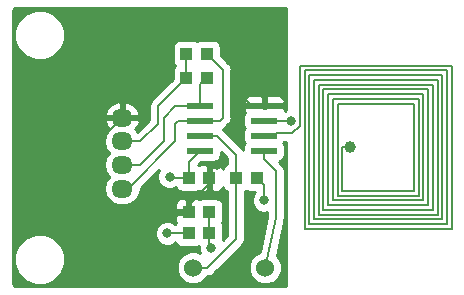
<source format=gtl>
G04 #@! TF.GenerationSoftware,KiCad,Pcbnew,(5.0.2)-1*
G04 #@! TF.CreationDate,2019-02-16T11:26:36+09:00*
G04 #@! TF.ProjectId,EEPROM,45455052-4f4d-42e6-9b69-6361645f7063,v1.0*
G04 #@! TF.SameCoordinates,Original*
G04 #@! TF.FileFunction,Copper,L1,Top*
G04 #@! TF.FilePolarity,Positive*
%FSLAX46Y46*%
G04 Gerber Fmt 4.6, Leading zero omitted, Abs format (unit mm)*
G04 Created by KiCad (PCBNEW (5.0.2)-1) date 2019/02/16 11:26:36*
%MOMM*%
%LPD*%
G01*
G04 APERTURE LIST*
G04 #@! TA.AperFunction,SMDPad,CuDef*
%ADD10R,2.200000X0.600000*%
G04 #@! TD*
G04 #@! TA.AperFunction,SMDPad,CuDef*
%ADD11R,1.049020X1.079500*%
G04 #@! TD*
G04 #@! TA.AperFunction,ComponentPad*
%ADD12O,1.800000X1.524000*%
G04 #@! TD*
G04 #@! TA.AperFunction,ComponentPad*
%ADD13C,1.524000*%
G04 #@! TD*
G04 #@! TA.AperFunction,ViaPad*
%ADD14C,0.800000*%
G04 #@! TD*
G04 #@! TA.AperFunction,ViaPad*
%ADD15C,1.000000*%
G04 #@! TD*
G04 #@! TA.AperFunction,Conductor*
%ADD16C,0.200000*%
G04 #@! TD*
G04 #@! TA.AperFunction,Conductor*
%ADD17C,0.254000*%
G04 #@! TD*
G04 APERTURE END LIST*
D10*
G04 #@! TO.P,U1,2*
G04 #@! TO.N,/ANT*
X201000000Y-111535000D03*
G04 #@! TO.P,U1,7*
G04 #@! TO.N,/RFIO*
X195600000Y-111535000D03*
G04 #@! TO.P,U1,1*
G04 #@! TO.N,/VOUT*
X201000000Y-112805000D03*
G04 #@! TO.P,U1,3*
G04 #@! TO.N,/ANT*
X201000000Y-110265000D03*
G04 #@! TO.P,U1,4*
G04 #@! TO.N,/GND*
X201000000Y-108995000D03*
G04 #@! TO.P,U1,8*
G04 #@! TO.N,/VDD*
X195600000Y-112805000D03*
G04 #@! TO.P,U1,6*
G04 #@! TO.N,/SCL*
X195600000Y-110265000D03*
G04 #@! TO.P,U1,5*
G04 #@! TO.N,/SDA*
X195600000Y-108995000D03*
G04 #@! TD*
D11*
G04 #@! TO.P,C1,2*
G04 #@! TO.N,/GND*
X196373760Y-115100000D03*
G04 #@! TO.P,C1,1*
G04 #@! TO.N,/VDD*
X194626240Y-115100000D03*
G04 #@! TD*
D12*
G04 #@! TO.P,P1,1*
G04 #@! TO.N,/SCL*
X189000000Y-116000000D03*
G04 #@! TO.P,P1,2*
G04 #@! TO.N,/SDA*
X189000000Y-114000000D03*
G04 #@! TO.P,P1,3*
G04 #@! TO.N,/VDD*
X189000000Y-112000000D03*
G04 #@! TO.P,P1,4*
G04 #@! TO.N,/GND*
X189000000Y-110000000D03*
G04 #@! TD*
D11*
G04 #@! TO.P,R1,1*
G04 #@! TO.N,/VDD*
X194426240Y-104600000D03*
G04 #@! TO.P,R1,2*
G04 #@! TO.N,/SCL*
X196173760Y-104600000D03*
G04 #@! TD*
G04 #@! TO.P,R2,1*
G04 #@! TO.N,/VDD*
X194426240Y-106600000D03*
G04 #@! TO.P,R2,2*
G04 #@! TO.N,/SDA*
X196173760Y-106600000D03*
G04 #@! TD*
G04 #@! TO.P,R3,2*
G04 #@! TO.N,/RFIO*
X198626240Y-115100000D03*
G04 #@! TO.P,R3,1*
G04 #@! TO.N,/VDD*
X200373760Y-115100000D03*
G04 #@! TD*
D13*
G04 #@! TO.P,TP1,1*
G04 #@! TO.N,/VOUT*
X201100000Y-122700000D03*
G04 #@! TD*
G04 #@! TO.P,TP2,1*
G04 #@! TO.N,/RFIO*
X195000000Y-122700000D03*
G04 #@! TD*
D11*
G04 #@! TO.P,R4,1*
G04 #@! TO.N,/VDD*
X194626240Y-119800000D03*
G04 #@! TO.P,R4,2*
G04 #@! TO.N,/VOUT*
X196373760Y-119800000D03*
G04 #@! TD*
G04 #@! TO.P,R5,2*
G04 #@! TO.N,/GND*
X194626240Y-118000000D03*
G04 #@! TO.P,R5,1*
G04 #@! TO.N,/VOUT*
X196373760Y-118000000D03*
G04 #@! TD*
D14*
G04 #@! TO.N,/GND*
X199000000Y-108000000D03*
X197000000Y-114000000D03*
X200100000Y-119200000D03*
X181700000Y-113200000D03*
X186500000Y-101900000D03*
X189600000Y-122800000D03*
G04 #@! TO.N,/VDD*
X193000000Y-115000000D03*
X201000000Y-117000000D03*
X192800000Y-119800000D03*
G04 #@! TO.N,/VOUT*
X196500000Y-121000000D03*
D15*
G04 #@! TO.N,/ANT*
X208298000Y-112500000D03*
D14*
X203300000Y-110300000D03*
G04 #@! TD*
D16*
G04 #@! TO.N,/GND*
X196373760Y-115100000D02*
X196373760Y-115626240D01*
X186500000Y-112500000D02*
X189000000Y-110000000D01*
X186500000Y-117500000D02*
X186500000Y-112500000D01*
X186800000Y-117800000D02*
X186500000Y-117500000D01*
X194200000Y-117800000D02*
X186800000Y-117800000D01*
X196373760Y-115626240D02*
X194200000Y-117800000D01*
X201000000Y-108995000D02*
X201000000Y-104000000D01*
X189000000Y-105500000D02*
X189000000Y-110000000D01*
X192500000Y-102000000D02*
X189000000Y-105500000D01*
X199000000Y-102000000D02*
X192500000Y-102000000D01*
X201000000Y-104000000D02*
X199000000Y-102000000D01*
X201000000Y-108995000D02*
X199995000Y-108995000D01*
X199995000Y-108995000D02*
X199000000Y-108000000D01*
X196373760Y-115100000D02*
X196373760Y-114626240D01*
X196373760Y-114626240D02*
X197000000Y-114000000D01*
X189000000Y-110000000D02*
X189000000Y-104400000D01*
X200100000Y-121000000D02*
X200100000Y-119200000D01*
X196900000Y-124200000D02*
X200100000Y-121000000D01*
X192300000Y-124200000D02*
X196900000Y-124200000D01*
X190900000Y-122800000D02*
X192300000Y-124200000D01*
X189600000Y-122800000D02*
X190900000Y-122800000D01*
X189000000Y-104400000D02*
X186500000Y-101900000D01*
X181700000Y-113200000D02*
X181700000Y-114900000D01*
X181700000Y-114900000D02*
X189600000Y-122800000D01*
G04 #@! TO.N,/VDD*
X189000000Y-112000000D02*
X190500000Y-112000000D01*
X190500000Y-112000000D02*
X192000000Y-110500000D01*
X192000000Y-110500000D02*
X192000000Y-109026240D01*
X192000000Y-109026240D02*
X194426240Y-106600000D01*
X194426240Y-106600000D02*
X194426240Y-104600000D01*
X194626240Y-115100000D02*
X194626240Y-113778760D01*
X194626240Y-113778760D02*
X195600000Y-112805000D01*
X194626240Y-115100000D02*
X193100000Y-115100000D01*
X193100000Y-115100000D02*
X193000000Y-115000000D01*
X201000000Y-115726240D02*
X200373760Y-115100000D01*
X201000000Y-117000000D02*
X201000000Y-115726240D01*
X192800000Y-119800000D02*
X194626240Y-119800000D01*
G04 #@! TO.N,/SCL*
X195600000Y-110265000D02*
X197235000Y-110265000D01*
X197500000Y-105926240D02*
X196173760Y-104600000D01*
X197500000Y-110000000D02*
X197500000Y-105926240D01*
X197235000Y-110265000D02*
X197500000Y-110000000D01*
X189000000Y-116000000D02*
X189500000Y-116000000D01*
X193735000Y-110265000D02*
X195600000Y-110265000D01*
X193500000Y-110500000D02*
X193735000Y-110265000D01*
X193500000Y-112000000D02*
X193500000Y-110500000D01*
X189500000Y-116000000D02*
X193500000Y-112000000D01*
G04 #@! TO.N,/SDA*
X195600000Y-108995000D02*
X195600000Y-107173760D01*
X195600000Y-107173760D02*
X196173760Y-106600000D01*
X189000000Y-114000000D02*
X190500000Y-114000000D01*
X193505000Y-108995000D02*
X195600000Y-108995000D01*
X192500000Y-110000000D02*
X193505000Y-108995000D01*
X192500000Y-112000000D02*
X192500000Y-110000000D01*
X190500000Y-114000000D02*
X192500000Y-112000000D01*
G04 #@! TO.N,/RFIO*
X195600000Y-111535000D02*
X197035000Y-111535000D01*
X198626240Y-113126240D02*
X198626240Y-115100000D01*
X197035000Y-111535000D02*
X198626240Y-113126240D01*
X198626240Y-115100000D02*
X198626240Y-115873760D01*
X198626240Y-115100000D02*
X198626240Y-120273760D01*
X196200000Y-122700000D02*
X195000000Y-122700000D01*
X198626240Y-120273760D02*
X196200000Y-122700000D01*
G04 #@! TO.N,/VOUT*
X201000000Y-112805000D02*
X201000000Y-113500000D01*
X201000000Y-113500000D02*
X202000000Y-114500000D01*
X202000000Y-114500000D02*
X202000000Y-118500000D01*
X202000000Y-118500000D02*
X201100000Y-122700000D01*
X196373760Y-118000000D02*
X196373760Y-119800000D01*
X196373760Y-119800000D02*
X196373760Y-120873760D01*
X196373760Y-120873760D02*
X196500000Y-121000000D01*
G04 #@! TO.N,/ANT*
X207631000Y-112498000D02*
X208298000Y-112498000D01*
X216901000Y-105600000D02*
X216901000Y-119400000D01*
X204431000Y-119400000D02*
X216901000Y-119400000D01*
X204429000Y-105999900D02*
X204431000Y-119400000D01*
X204831000Y-118999900D02*
X216501000Y-118999900D01*
X204829000Y-106400000D02*
X204831000Y-118999900D01*
X205231000Y-118600000D02*
X216101000Y-118600000D01*
X205229000Y-106800000D02*
X205231000Y-118600000D01*
X205631000Y-118200000D02*
X215701000Y-118200000D01*
X205629000Y-107200000D02*
X205631000Y-118200000D01*
X206031000Y-117800000D02*
X215301000Y-117800000D01*
X206029000Y-107600000D02*
X206031000Y-117800000D01*
X206431000Y-117400000D02*
X214901000Y-117400000D01*
X206429000Y-107999900D02*
X206431000Y-117400000D01*
X206831000Y-116999900D02*
X214501000Y-116999900D01*
X206829000Y-108400000D02*
X206831000Y-116999900D01*
X207231000Y-116600000D02*
X214101000Y-116600000D01*
X207229000Y-108800000D02*
X207231000Y-116600000D01*
X207631000Y-116200000D02*
X213701000Y-116200000D01*
X207631000Y-116200000D02*
X207629000Y-112499900D01*
X204029000Y-105600000D02*
X216901000Y-105600000D01*
X204429000Y-105999900D02*
X216501000Y-105999900D01*
X216501000Y-105999900D02*
X216501000Y-118999900D01*
X204829000Y-106400000D02*
X216101000Y-106400000D01*
X216101000Y-106400000D02*
X216101000Y-118600000D01*
X205229000Y-106800000D02*
X215701000Y-106800000D01*
X215701000Y-106800000D02*
X215701000Y-118200000D01*
X205629000Y-107200000D02*
X215295000Y-107202900D01*
X215295000Y-107202900D02*
X215301000Y-117800000D01*
X206029000Y-107600000D02*
X214901000Y-107600000D01*
X214901000Y-107600000D02*
X214901000Y-117400000D01*
X206429000Y-107999900D02*
X214501000Y-107999900D01*
X214501000Y-107999900D02*
X214501000Y-116999900D01*
X206829000Y-108400000D02*
X214101000Y-108400000D01*
X214101000Y-108400000D02*
X214101000Y-116600000D01*
X207229000Y-108800000D02*
X213701000Y-108800000D01*
X213701000Y-108800000D02*
X213701000Y-116200000D01*
X204029000Y-105600000D02*
X204029000Y-106937000D01*
X204029000Y-106937000D02*
X204029000Y-109900000D01*
X204029000Y-109900000D02*
X204029000Y-109971000D01*
X203300000Y-110300000D02*
X202000000Y-110300000D01*
X204029000Y-109900000D02*
X204029000Y-110671000D01*
X202700000Y-111300000D02*
X202000000Y-111300000D01*
X204029000Y-110671000D02*
X203400000Y-111300000D01*
X203400000Y-111300000D02*
X202700000Y-111300000D01*
G04 #@! TD*
D17*
G04 #@! TO.N,/GND*
G36*
X202873000Y-109356593D02*
X202735000Y-109413755D01*
X202735000Y-109280750D01*
X202576250Y-109122000D01*
X201127000Y-109122000D01*
X201127000Y-109142000D01*
X200873000Y-109142000D01*
X200873000Y-109122000D01*
X199423750Y-109122000D01*
X199265000Y-109280750D01*
X199265000Y-109421309D01*
X199354768Y-109638028D01*
X199301843Y-109717235D01*
X199252560Y-109965000D01*
X199252560Y-110565000D01*
X199301843Y-110812765D01*
X199360132Y-110900000D01*
X199301843Y-110987235D01*
X199252560Y-111235000D01*
X199252560Y-111835000D01*
X199301843Y-112082765D01*
X199360132Y-112170000D01*
X199301843Y-112257235D01*
X199252560Y-112505000D01*
X199252560Y-112740630D01*
X199156145Y-112596335D01*
X199094778Y-112555331D01*
X197605911Y-111066465D01*
X197564905Y-111005095D01*
X197499954Y-110961696D01*
X197521783Y-110957354D01*
X197764905Y-110794905D01*
X197805911Y-110733535D01*
X197968535Y-110570911D01*
X198029905Y-110529905D01*
X198192354Y-110286783D01*
X198235000Y-110072388D01*
X198235000Y-110072387D01*
X198249399Y-110000000D01*
X198235000Y-109927612D01*
X198235000Y-108568691D01*
X199265000Y-108568691D01*
X199265000Y-108709250D01*
X199423750Y-108868000D01*
X200873000Y-108868000D01*
X200873000Y-108218750D01*
X201127000Y-108218750D01*
X201127000Y-108868000D01*
X202576250Y-108868000D01*
X202735000Y-108709250D01*
X202735000Y-108568691D01*
X202638327Y-108335302D01*
X202459699Y-108156673D01*
X202226310Y-108060000D01*
X201285750Y-108060000D01*
X201127000Y-108218750D01*
X200873000Y-108218750D01*
X200714250Y-108060000D01*
X199773690Y-108060000D01*
X199540301Y-108156673D01*
X199361673Y-108335302D01*
X199265000Y-108568691D01*
X198235000Y-108568691D01*
X198235000Y-105998628D01*
X198249399Y-105926240D01*
X198192354Y-105639458D01*
X198192354Y-105639457D01*
X198029905Y-105396335D01*
X197968537Y-105355330D01*
X197345710Y-104732504D01*
X197345710Y-104060250D01*
X197296427Y-103812485D01*
X197156079Y-103602441D01*
X196946035Y-103462093D01*
X196698270Y-103412810D01*
X195649250Y-103412810D01*
X195401485Y-103462093D01*
X195300000Y-103529904D01*
X195198515Y-103462093D01*
X194950750Y-103412810D01*
X193901730Y-103412810D01*
X193653965Y-103462093D01*
X193443921Y-103602441D01*
X193303573Y-103812485D01*
X193254290Y-104060250D01*
X193254290Y-105139750D01*
X193303573Y-105387515D01*
X193443921Y-105597559D01*
X193447574Y-105600000D01*
X193443921Y-105602441D01*
X193303573Y-105812485D01*
X193254290Y-106060250D01*
X193254290Y-106732503D01*
X191531463Y-108455331D01*
X191470096Y-108496335D01*
X191429092Y-108557702D01*
X191429091Y-108557703D01*
X191307646Y-108739458D01*
X191250602Y-109026240D01*
X191265001Y-109098629D01*
X191265000Y-110195553D01*
X190274377Y-111186177D01*
X190145180Y-110992820D01*
X190109646Y-110969077D01*
X190262135Y-110830328D01*
X190492220Y-110343070D01*
X190369720Y-110127000D01*
X189127000Y-110127000D01*
X189127000Y-110147000D01*
X188873000Y-110147000D01*
X188873000Y-110127000D01*
X187630280Y-110127000D01*
X187507780Y-110343070D01*
X187737865Y-110830328D01*
X187890354Y-110969077D01*
X187854820Y-110992820D01*
X187546056Y-111454918D01*
X187437632Y-112000000D01*
X187546056Y-112545082D01*
X187850022Y-113000000D01*
X187546056Y-113454918D01*
X187437632Y-114000000D01*
X187546056Y-114545082D01*
X187850022Y-115000000D01*
X187546056Y-115454918D01*
X187437632Y-116000000D01*
X187546056Y-116545082D01*
X187854820Y-117007180D01*
X188316918Y-117315944D01*
X188724412Y-117397000D01*
X189275588Y-117397000D01*
X189592610Y-117333940D01*
X193466730Y-117333940D01*
X193466730Y-117714250D01*
X193625480Y-117873000D01*
X194499240Y-117873000D01*
X194499240Y-116984000D01*
X194340490Y-116825250D01*
X193975421Y-116825250D01*
X193742032Y-116921923D01*
X193563403Y-117100551D01*
X193466730Y-117333940D01*
X189592610Y-117333940D01*
X189683082Y-117315944D01*
X190145180Y-117007180D01*
X190453944Y-116545082D01*
X190562368Y-116000000D01*
X190558565Y-115980881D01*
X192120336Y-114419110D01*
X191965000Y-114794126D01*
X191965000Y-115205874D01*
X192122569Y-115586280D01*
X192413720Y-115877431D01*
X192794126Y-116035000D01*
X193205874Y-116035000D01*
X193516224Y-115906449D01*
X193643921Y-116097559D01*
X193853965Y-116237907D01*
X194101730Y-116287190D01*
X195150750Y-116287190D01*
X195398515Y-116237907D01*
X195488953Y-116177478D01*
X195489552Y-116178077D01*
X195722941Y-116274750D01*
X196088010Y-116274750D01*
X196246760Y-116116000D01*
X196246760Y-115227000D01*
X196226760Y-115227000D01*
X196226760Y-114973000D01*
X196246760Y-114973000D01*
X196246760Y-114084000D01*
X196088010Y-113925250D01*
X195722941Y-113925250D01*
X195489552Y-114021923D01*
X195488953Y-114022522D01*
X195448772Y-113995674D01*
X195692007Y-113752440D01*
X196700000Y-113752440D01*
X196947765Y-113703157D01*
X197157809Y-113562809D01*
X197298157Y-113352765D01*
X197347440Y-113105000D01*
X197347440Y-112886887D01*
X197891240Y-113430687D01*
X197891240Y-113954679D01*
X197853965Y-113962093D01*
X197643921Y-114102441D01*
X197503573Y-114312485D01*
X197496886Y-114346102D01*
X197436597Y-114200551D01*
X197257968Y-114021923D01*
X197024579Y-113925250D01*
X196659510Y-113925250D01*
X196500760Y-114084000D01*
X196500760Y-114973000D01*
X196520760Y-114973000D01*
X196520760Y-115227000D01*
X196500760Y-115227000D01*
X196500760Y-116116000D01*
X196659510Y-116274750D01*
X197024579Y-116274750D01*
X197257968Y-116178077D01*
X197436597Y-115999449D01*
X197496886Y-115853898D01*
X197503573Y-115887515D01*
X197643921Y-116097559D01*
X197853965Y-116237907D01*
X197891240Y-116245321D01*
X197891241Y-119969312D01*
X197545710Y-120314843D01*
X197545710Y-119260250D01*
X197496427Y-119012485D01*
X197421266Y-118900000D01*
X197496427Y-118787515D01*
X197545710Y-118539750D01*
X197545710Y-117460250D01*
X197496427Y-117212485D01*
X197356079Y-117002441D01*
X197146035Y-116862093D01*
X196898270Y-116812810D01*
X195849250Y-116812810D01*
X195601485Y-116862093D01*
X195511047Y-116922522D01*
X195510448Y-116921923D01*
X195277059Y-116825250D01*
X194911990Y-116825250D01*
X194753240Y-116984000D01*
X194753240Y-117873000D01*
X194773240Y-117873000D01*
X194773240Y-118127000D01*
X194753240Y-118127000D01*
X194753240Y-118147000D01*
X194499240Y-118147000D01*
X194499240Y-118127000D01*
X193625480Y-118127000D01*
X193466730Y-118285750D01*
X193466730Y-118666060D01*
X193563403Y-118899449D01*
X193572814Y-118908860D01*
X193503573Y-119012485D01*
X193499031Y-119035320D01*
X193386280Y-118922569D01*
X193005874Y-118765000D01*
X192594126Y-118765000D01*
X192213720Y-118922569D01*
X191922569Y-119213720D01*
X191765000Y-119594126D01*
X191765000Y-120005874D01*
X191922569Y-120386280D01*
X192213720Y-120677431D01*
X192594126Y-120835000D01*
X193005874Y-120835000D01*
X193386280Y-120677431D01*
X193499031Y-120564680D01*
X193503573Y-120587515D01*
X193643921Y-120797559D01*
X193853965Y-120937907D01*
X194101730Y-120987190D01*
X195150750Y-120987190D01*
X195398515Y-120937907D01*
X195465000Y-120893483D01*
X195465000Y-121205874D01*
X195552316Y-121416675D01*
X195277881Y-121303000D01*
X194722119Y-121303000D01*
X194208663Y-121515680D01*
X193815680Y-121908663D01*
X193603000Y-122422119D01*
X193603000Y-122977881D01*
X193815680Y-123491337D01*
X194208663Y-123884320D01*
X194722119Y-124097000D01*
X195277881Y-124097000D01*
X195791337Y-123884320D01*
X196184320Y-123491337D01*
X196201844Y-123449031D01*
X196272384Y-123435000D01*
X196272388Y-123435000D01*
X196486783Y-123392354D01*
X196729905Y-123229905D01*
X196770911Y-123168535D01*
X199094777Y-120844669D01*
X199156145Y-120803665D01*
X199318594Y-120560543D01*
X199361240Y-120346148D01*
X199375639Y-120273760D01*
X199361240Y-120201372D01*
X199361240Y-116245321D01*
X199398515Y-116237907D01*
X199500000Y-116170096D01*
X199601485Y-116237907D01*
X199849250Y-116287190D01*
X200249099Y-116287190D01*
X200122569Y-116413720D01*
X199965000Y-116794126D01*
X199965000Y-117205874D01*
X200122569Y-117586280D01*
X200413720Y-117877431D01*
X200794126Y-118035000D01*
X201205874Y-118035000D01*
X201265001Y-118010509D01*
X201265001Y-118422128D01*
X200630680Y-121382297D01*
X200308663Y-121515680D01*
X199915680Y-121908663D01*
X199703000Y-122422119D01*
X199703000Y-122977881D01*
X199915680Y-123491337D01*
X200308663Y-123884320D01*
X200822119Y-124097000D01*
X201377881Y-124097000D01*
X201891337Y-123884320D01*
X202284320Y-123491337D01*
X202497000Y-122977881D01*
X202497000Y-122422119D01*
X202284320Y-121908663D01*
X202067680Y-121692023D01*
X202689230Y-118791458D01*
X202692354Y-118786783D01*
X202719809Y-118648758D01*
X202733852Y-118583224D01*
X202733933Y-118577754D01*
X202735000Y-118572388D01*
X202735000Y-118505347D01*
X202737074Y-118364652D01*
X202735000Y-118359428D01*
X202735000Y-114572388D01*
X202749399Y-114500000D01*
X202692354Y-114213218D01*
X202692354Y-114213217D01*
X202529905Y-113970095D01*
X202468538Y-113929091D01*
X202260051Y-113720604D01*
X202347765Y-113703157D01*
X202557809Y-113562809D01*
X202698157Y-113352765D01*
X202747440Y-113105000D01*
X202747440Y-112505000D01*
X202698157Y-112257235D01*
X202639868Y-112170000D01*
X202698157Y-112082765D01*
X202707658Y-112035000D01*
X202873000Y-112035000D01*
X202873000Y-124290000D01*
X180069930Y-124290000D01*
X179894345Y-124255074D01*
X179804774Y-124195225D01*
X179744926Y-124105655D01*
X179710000Y-123930070D01*
X179710000Y-121575322D01*
X179865000Y-121575322D01*
X179865000Y-122424678D01*
X180190034Y-123209380D01*
X180790620Y-123809966D01*
X181575322Y-124135000D01*
X182424678Y-124135000D01*
X183209380Y-123809966D01*
X183809966Y-123209380D01*
X184135000Y-122424678D01*
X184135000Y-121575322D01*
X183809966Y-120790620D01*
X183209380Y-120190034D01*
X182424678Y-119865000D01*
X181575322Y-119865000D01*
X180790620Y-120190034D01*
X180190034Y-120790620D01*
X179865000Y-121575322D01*
X179710000Y-121575322D01*
X179710000Y-109656930D01*
X187507780Y-109656930D01*
X187630280Y-109873000D01*
X188873000Y-109873000D01*
X188873000Y-108761251D01*
X189127000Y-108761251D01*
X189127000Y-109873000D01*
X190369720Y-109873000D01*
X190492220Y-109656930D01*
X190262135Y-109169672D01*
X189858812Y-108802689D01*
X189345752Y-108617986D01*
X189127000Y-108761251D01*
X188873000Y-108761251D01*
X188654248Y-108617986D01*
X188141188Y-108802689D01*
X187737865Y-109169672D01*
X187507780Y-109656930D01*
X179710000Y-109656930D01*
X179710000Y-102575322D01*
X179865000Y-102575322D01*
X179865000Y-103424678D01*
X180190034Y-104209380D01*
X180790620Y-104809966D01*
X181575322Y-105135000D01*
X182424678Y-105135000D01*
X183209380Y-104809966D01*
X183809966Y-104209380D01*
X184135000Y-103424678D01*
X184135000Y-102575322D01*
X183809966Y-101790620D01*
X183209380Y-101190034D01*
X182424678Y-100865000D01*
X181575322Y-100865000D01*
X180790620Y-101190034D01*
X180190034Y-101790620D01*
X179865000Y-102575322D01*
X179710000Y-102575322D01*
X179710000Y-101069930D01*
X179744926Y-100894345D01*
X179804774Y-100804775D01*
X179894345Y-100744926D01*
X180069930Y-100710000D01*
X202873000Y-100710000D01*
X202873000Y-109356593D01*
X202873000Y-109356593D01*
G37*
X202873000Y-109356593D02*
X202735000Y-109413755D01*
X202735000Y-109280750D01*
X202576250Y-109122000D01*
X201127000Y-109122000D01*
X201127000Y-109142000D01*
X200873000Y-109142000D01*
X200873000Y-109122000D01*
X199423750Y-109122000D01*
X199265000Y-109280750D01*
X199265000Y-109421309D01*
X199354768Y-109638028D01*
X199301843Y-109717235D01*
X199252560Y-109965000D01*
X199252560Y-110565000D01*
X199301843Y-110812765D01*
X199360132Y-110900000D01*
X199301843Y-110987235D01*
X199252560Y-111235000D01*
X199252560Y-111835000D01*
X199301843Y-112082765D01*
X199360132Y-112170000D01*
X199301843Y-112257235D01*
X199252560Y-112505000D01*
X199252560Y-112740630D01*
X199156145Y-112596335D01*
X199094778Y-112555331D01*
X197605911Y-111066465D01*
X197564905Y-111005095D01*
X197499954Y-110961696D01*
X197521783Y-110957354D01*
X197764905Y-110794905D01*
X197805911Y-110733535D01*
X197968535Y-110570911D01*
X198029905Y-110529905D01*
X198192354Y-110286783D01*
X198235000Y-110072388D01*
X198235000Y-110072387D01*
X198249399Y-110000000D01*
X198235000Y-109927612D01*
X198235000Y-108568691D01*
X199265000Y-108568691D01*
X199265000Y-108709250D01*
X199423750Y-108868000D01*
X200873000Y-108868000D01*
X200873000Y-108218750D01*
X201127000Y-108218750D01*
X201127000Y-108868000D01*
X202576250Y-108868000D01*
X202735000Y-108709250D01*
X202735000Y-108568691D01*
X202638327Y-108335302D01*
X202459699Y-108156673D01*
X202226310Y-108060000D01*
X201285750Y-108060000D01*
X201127000Y-108218750D01*
X200873000Y-108218750D01*
X200714250Y-108060000D01*
X199773690Y-108060000D01*
X199540301Y-108156673D01*
X199361673Y-108335302D01*
X199265000Y-108568691D01*
X198235000Y-108568691D01*
X198235000Y-105998628D01*
X198249399Y-105926240D01*
X198192354Y-105639458D01*
X198192354Y-105639457D01*
X198029905Y-105396335D01*
X197968537Y-105355330D01*
X197345710Y-104732504D01*
X197345710Y-104060250D01*
X197296427Y-103812485D01*
X197156079Y-103602441D01*
X196946035Y-103462093D01*
X196698270Y-103412810D01*
X195649250Y-103412810D01*
X195401485Y-103462093D01*
X195300000Y-103529904D01*
X195198515Y-103462093D01*
X194950750Y-103412810D01*
X193901730Y-103412810D01*
X193653965Y-103462093D01*
X193443921Y-103602441D01*
X193303573Y-103812485D01*
X193254290Y-104060250D01*
X193254290Y-105139750D01*
X193303573Y-105387515D01*
X193443921Y-105597559D01*
X193447574Y-105600000D01*
X193443921Y-105602441D01*
X193303573Y-105812485D01*
X193254290Y-106060250D01*
X193254290Y-106732503D01*
X191531463Y-108455331D01*
X191470096Y-108496335D01*
X191429092Y-108557702D01*
X191429091Y-108557703D01*
X191307646Y-108739458D01*
X191250602Y-109026240D01*
X191265001Y-109098629D01*
X191265000Y-110195553D01*
X190274377Y-111186177D01*
X190145180Y-110992820D01*
X190109646Y-110969077D01*
X190262135Y-110830328D01*
X190492220Y-110343070D01*
X190369720Y-110127000D01*
X189127000Y-110127000D01*
X189127000Y-110147000D01*
X188873000Y-110147000D01*
X188873000Y-110127000D01*
X187630280Y-110127000D01*
X187507780Y-110343070D01*
X187737865Y-110830328D01*
X187890354Y-110969077D01*
X187854820Y-110992820D01*
X187546056Y-111454918D01*
X187437632Y-112000000D01*
X187546056Y-112545082D01*
X187850022Y-113000000D01*
X187546056Y-113454918D01*
X187437632Y-114000000D01*
X187546056Y-114545082D01*
X187850022Y-115000000D01*
X187546056Y-115454918D01*
X187437632Y-116000000D01*
X187546056Y-116545082D01*
X187854820Y-117007180D01*
X188316918Y-117315944D01*
X188724412Y-117397000D01*
X189275588Y-117397000D01*
X189592610Y-117333940D01*
X193466730Y-117333940D01*
X193466730Y-117714250D01*
X193625480Y-117873000D01*
X194499240Y-117873000D01*
X194499240Y-116984000D01*
X194340490Y-116825250D01*
X193975421Y-116825250D01*
X193742032Y-116921923D01*
X193563403Y-117100551D01*
X193466730Y-117333940D01*
X189592610Y-117333940D01*
X189683082Y-117315944D01*
X190145180Y-117007180D01*
X190453944Y-116545082D01*
X190562368Y-116000000D01*
X190558565Y-115980881D01*
X192120336Y-114419110D01*
X191965000Y-114794126D01*
X191965000Y-115205874D01*
X192122569Y-115586280D01*
X192413720Y-115877431D01*
X192794126Y-116035000D01*
X193205874Y-116035000D01*
X193516224Y-115906449D01*
X193643921Y-116097559D01*
X193853965Y-116237907D01*
X194101730Y-116287190D01*
X195150750Y-116287190D01*
X195398515Y-116237907D01*
X195488953Y-116177478D01*
X195489552Y-116178077D01*
X195722941Y-116274750D01*
X196088010Y-116274750D01*
X196246760Y-116116000D01*
X196246760Y-115227000D01*
X196226760Y-115227000D01*
X196226760Y-114973000D01*
X196246760Y-114973000D01*
X196246760Y-114084000D01*
X196088010Y-113925250D01*
X195722941Y-113925250D01*
X195489552Y-114021923D01*
X195488953Y-114022522D01*
X195448772Y-113995674D01*
X195692007Y-113752440D01*
X196700000Y-113752440D01*
X196947765Y-113703157D01*
X197157809Y-113562809D01*
X197298157Y-113352765D01*
X197347440Y-113105000D01*
X197347440Y-112886887D01*
X197891240Y-113430687D01*
X197891240Y-113954679D01*
X197853965Y-113962093D01*
X197643921Y-114102441D01*
X197503573Y-114312485D01*
X197496886Y-114346102D01*
X197436597Y-114200551D01*
X197257968Y-114021923D01*
X197024579Y-113925250D01*
X196659510Y-113925250D01*
X196500760Y-114084000D01*
X196500760Y-114973000D01*
X196520760Y-114973000D01*
X196520760Y-115227000D01*
X196500760Y-115227000D01*
X196500760Y-116116000D01*
X196659510Y-116274750D01*
X197024579Y-116274750D01*
X197257968Y-116178077D01*
X197436597Y-115999449D01*
X197496886Y-115853898D01*
X197503573Y-115887515D01*
X197643921Y-116097559D01*
X197853965Y-116237907D01*
X197891240Y-116245321D01*
X197891241Y-119969312D01*
X197545710Y-120314843D01*
X197545710Y-119260250D01*
X197496427Y-119012485D01*
X197421266Y-118900000D01*
X197496427Y-118787515D01*
X197545710Y-118539750D01*
X197545710Y-117460250D01*
X197496427Y-117212485D01*
X197356079Y-117002441D01*
X197146035Y-116862093D01*
X196898270Y-116812810D01*
X195849250Y-116812810D01*
X195601485Y-116862093D01*
X195511047Y-116922522D01*
X195510448Y-116921923D01*
X195277059Y-116825250D01*
X194911990Y-116825250D01*
X194753240Y-116984000D01*
X194753240Y-117873000D01*
X194773240Y-117873000D01*
X194773240Y-118127000D01*
X194753240Y-118127000D01*
X194753240Y-118147000D01*
X194499240Y-118147000D01*
X194499240Y-118127000D01*
X193625480Y-118127000D01*
X193466730Y-118285750D01*
X193466730Y-118666060D01*
X193563403Y-118899449D01*
X193572814Y-118908860D01*
X193503573Y-119012485D01*
X193499031Y-119035320D01*
X193386280Y-118922569D01*
X193005874Y-118765000D01*
X192594126Y-118765000D01*
X192213720Y-118922569D01*
X191922569Y-119213720D01*
X191765000Y-119594126D01*
X191765000Y-120005874D01*
X191922569Y-120386280D01*
X192213720Y-120677431D01*
X192594126Y-120835000D01*
X193005874Y-120835000D01*
X193386280Y-120677431D01*
X193499031Y-120564680D01*
X193503573Y-120587515D01*
X193643921Y-120797559D01*
X193853965Y-120937907D01*
X194101730Y-120987190D01*
X195150750Y-120987190D01*
X195398515Y-120937907D01*
X195465000Y-120893483D01*
X195465000Y-121205874D01*
X195552316Y-121416675D01*
X195277881Y-121303000D01*
X194722119Y-121303000D01*
X194208663Y-121515680D01*
X193815680Y-121908663D01*
X193603000Y-122422119D01*
X193603000Y-122977881D01*
X193815680Y-123491337D01*
X194208663Y-123884320D01*
X194722119Y-124097000D01*
X195277881Y-124097000D01*
X195791337Y-123884320D01*
X196184320Y-123491337D01*
X196201844Y-123449031D01*
X196272384Y-123435000D01*
X196272388Y-123435000D01*
X196486783Y-123392354D01*
X196729905Y-123229905D01*
X196770911Y-123168535D01*
X199094777Y-120844669D01*
X199156145Y-120803665D01*
X199318594Y-120560543D01*
X199361240Y-120346148D01*
X199375639Y-120273760D01*
X199361240Y-120201372D01*
X199361240Y-116245321D01*
X199398515Y-116237907D01*
X199500000Y-116170096D01*
X199601485Y-116237907D01*
X199849250Y-116287190D01*
X200249099Y-116287190D01*
X200122569Y-116413720D01*
X199965000Y-116794126D01*
X199965000Y-117205874D01*
X200122569Y-117586280D01*
X200413720Y-117877431D01*
X200794126Y-118035000D01*
X201205874Y-118035000D01*
X201265001Y-118010509D01*
X201265001Y-118422128D01*
X200630680Y-121382297D01*
X200308663Y-121515680D01*
X199915680Y-121908663D01*
X199703000Y-122422119D01*
X199703000Y-122977881D01*
X199915680Y-123491337D01*
X200308663Y-123884320D01*
X200822119Y-124097000D01*
X201377881Y-124097000D01*
X201891337Y-123884320D01*
X202284320Y-123491337D01*
X202497000Y-122977881D01*
X202497000Y-122422119D01*
X202284320Y-121908663D01*
X202067680Y-121692023D01*
X202689230Y-118791458D01*
X202692354Y-118786783D01*
X202719809Y-118648758D01*
X202733852Y-118583224D01*
X202733933Y-118577754D01*
X202735000Y-118572388D01*
X202735000Y-118505347D01*
X202737074Y-118364652D01*
X202735000Y-118359428D01*
X202735000Y-114572388D01*
X202749399Y-114500000D01*
X202692354Y-114213218D01*
X202692354Y-114213217D01*
X202529905Y-113970095D01*
X202468538Y-113929091D01*
X202260051Y-113720604D01*
X202347765Y-113703157D01*
X202557809Y-113562809D01*
X202698157Y-113352765D01*
X202747440Y-113105000D01*
X202747440Y-112505000D01*
X202698157Y-112257235D01*
X202639868Y-112170000D01*
X202698157Y-112082765D01*
X202707658Y-112035000D01*
X202873000Y-112035000D01*
X202873000Y-124290000D01*
X180069930Y-124290000D01*
X179894345Y-124255074D01*
X179804774Y-124195225D01*
X179744926Y-124105655D01*
X179710000Y-123930070D01*
X179710000Y-121575322D01*
X179865000Y-121575322D01*
X179865000Y-122424678D01*
X180190034Y-123209380D01*
X180790620Y-123809966D01*
X181575322Y-124135000D01*
X182424678Y-124135000D01*
X183209380Y-123809966D01*
X183809966Y-123209380D01*
X184135000Y-122424678D01*
X184135000Y-121575322D01*
X183809966Y-120790620D01*
X183209380Y-120190034D01*
X182424678Y-119865000D01*
X181575322Y-119865000D01*
X180790620Y-120190034D01*
X180190034Y-120790620D01*
X179865000Y-121575322D01*
X179710000Y-121575322D01*
X179710000Y-109656930D01*
X187507780Y-109656930D01*
X187630280Y-109873000D01*
X188873000Y-109873000D01*
X188873000Y-108761251D01*
X189127000Y-108761251D01*
X189127000Y-109873000D01*
X190369720Y-109873000D01*
X190492220Y-109656930D01*
X190262135Y-109169672D01*
X189858812Y-108802689D01*
X189345752Y-108617986D01*
X189127000Y-108761251D01*
X188873000Y-108761251D01*
X188654248Y-108617986D01*
X188141188Y-108802689D01*
X187737865Y-109169672D01*
X187507780Y-109656930D01*
X179710000Y-109656930D01*
X179710000Y-102575322D01*
X179865000Y-102575322D01*
X179865000Y-103424678D01*
X180190034Y-104209380D01*
X180790620Y-104809966D01*
X181575322Y-105135000D01*
X182424678Y-105135000D01*
X183209380Y-104809966D01*
X183809966Y-104209380D01*
X184135000Y-103424678D01*
X184135000Y-102575322D01*
X183809966Y-101790620D01*
X183209380Y-101190034D01*
X182424678Y-100865000D01*
X181575322Y-100865000D01*
X180790620Y-101190034D01*
X180190034Y-101790620D01*
X179865000Y-102575322D01*
X179710000Y-102575322D01*
X179710000Y-101069930D01*
X179744926Y-100894345D01*
X179804774Y-100804775D01*
X179894345Y-100744926D01*
X180069930Y-100710000D01*
X202873000Y-100710000D01*
X202873000Y-109356593D01*
G04 #@! TD*
M02*

</source>
